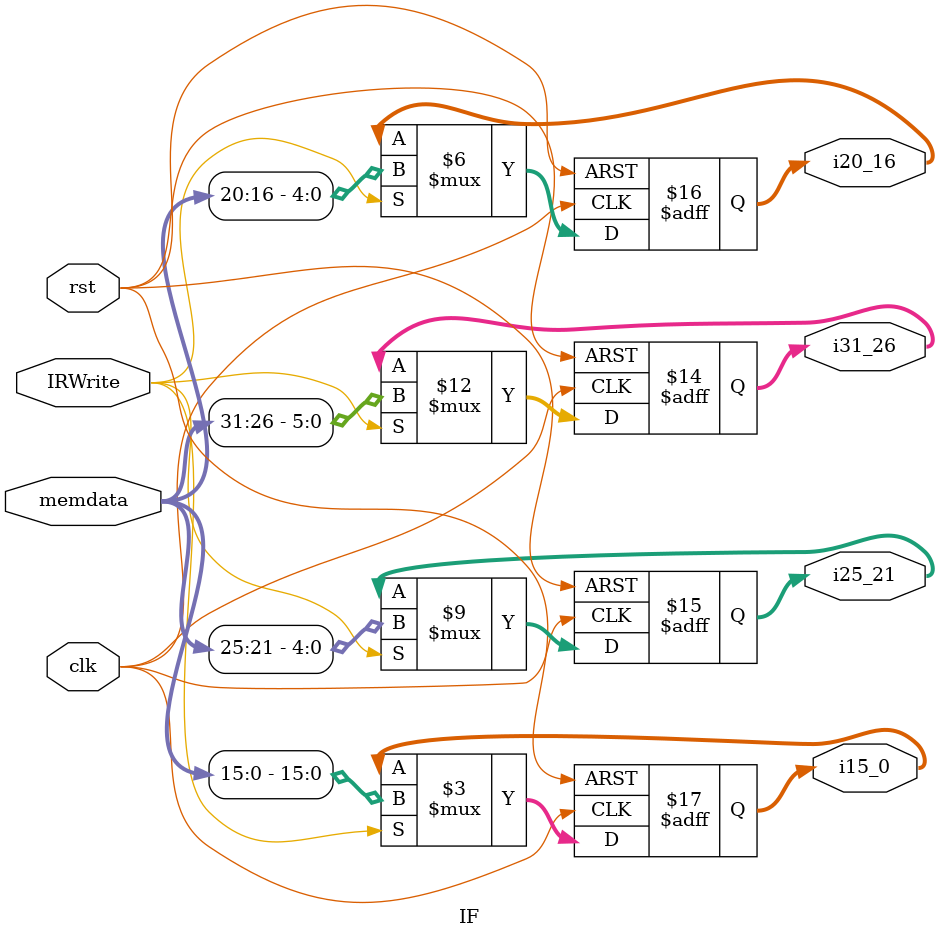
<source format=v>
module IF(              //instruction fetch
	input clk,
	input rst,
	input IRWrite,
	input [31:0] memdata,
	output reg[5:0] i31_26,
	output reg[4:0] i25_21,
	output reg[4:0] i20_16,
	output reg[15:0] i15_0
);
always@(posedge clk or posedge rst)
begin
if(rst)
	begin
	i31_26<=6'bx;
	i25_21<=5'bx;
	i20_16<=5'bx;
	i15_0<=16'bx;
	end
else
	if(IRWrite)
	begin
		i31_26<= memdata[31:26];
		i25_21<= memdata[25:21];
		i20_16<= memdata[20:16];
		i15_0<= memdata[15:0];
		end
	else
	begin
		i31_26<=i31_26;
		i25_21<=i25_21;
		i20_16<=i20_16;
		i15_0<=i15_0;
		end
end
endmodule
</source>
